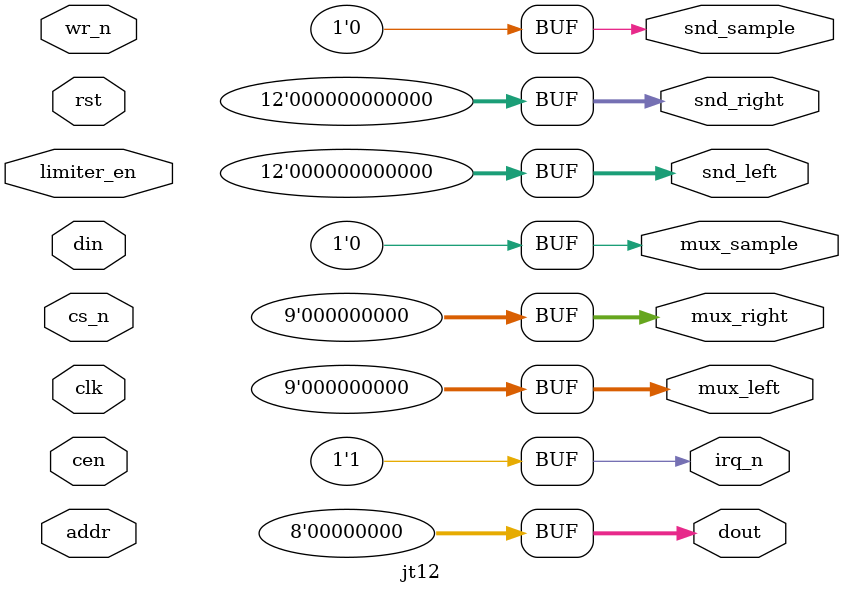
<source format=v>
module jt12 (
	input			rst,		// rst should be at least 6 clk&cen cycles long
	input			clk,		// CPU clock
	input			cen,		// optional clock enable, it not needed leave as 1'b1
	input	[7:0]	din,
	input	[1:0]	addr,
	input			cs_n,
	input			wr_n,
	input			limiter_en,
	
	output	[7:0]	dout,
	output			irq_n,
	// combined output
	output	signed	[11:0]	snd_right,
	output	signed	[11:0]	snd_left,
	output			snd_sample,
	// multiplexed output
	output signed	[8:0]	mux_right,	
	output signed	[8:0]	mux_left,
	output			mux_sample
);

assign dout=8'd0, irq_n = 1'b1;
assign snd_right=12'd0;
assign snd_left =12'd0;
assign mux_right= 8'd0;
assign mux_left = 8'd0;
assign mux_sample = 1'b0, snd_sample = 1'b0;

reg last_wr_n;
reg [7:0] selection;

always @(posedge clk) if(cen) begin
	last_wr_n <= wr_n;
	if( !wr_n && last_wr_n && !cs_n ) begin
		if( !addr[0] ) selection <= din;
		if(  addr[0] ) $display("%X, %X", selection, din );
	end
end

endmodule // jt12
</source>
